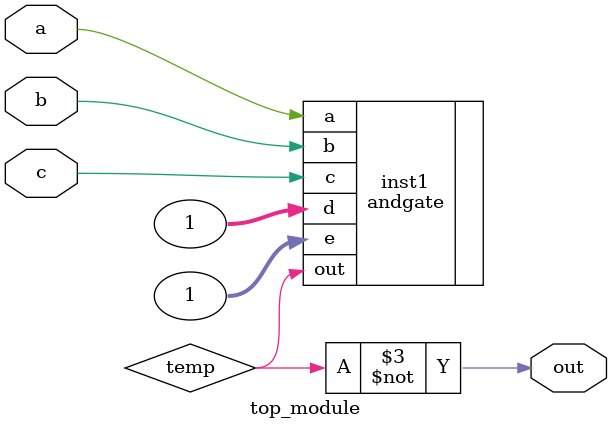
<source format=v>
module top_module (input a, input b, input c, output out);//
	wire temp;
    andgate inst1 (.a(a), .b(b), .c(c), .out(temp),.d(1),.e(1) );
    assign out = ~temp;
   

endmodule

</source>
